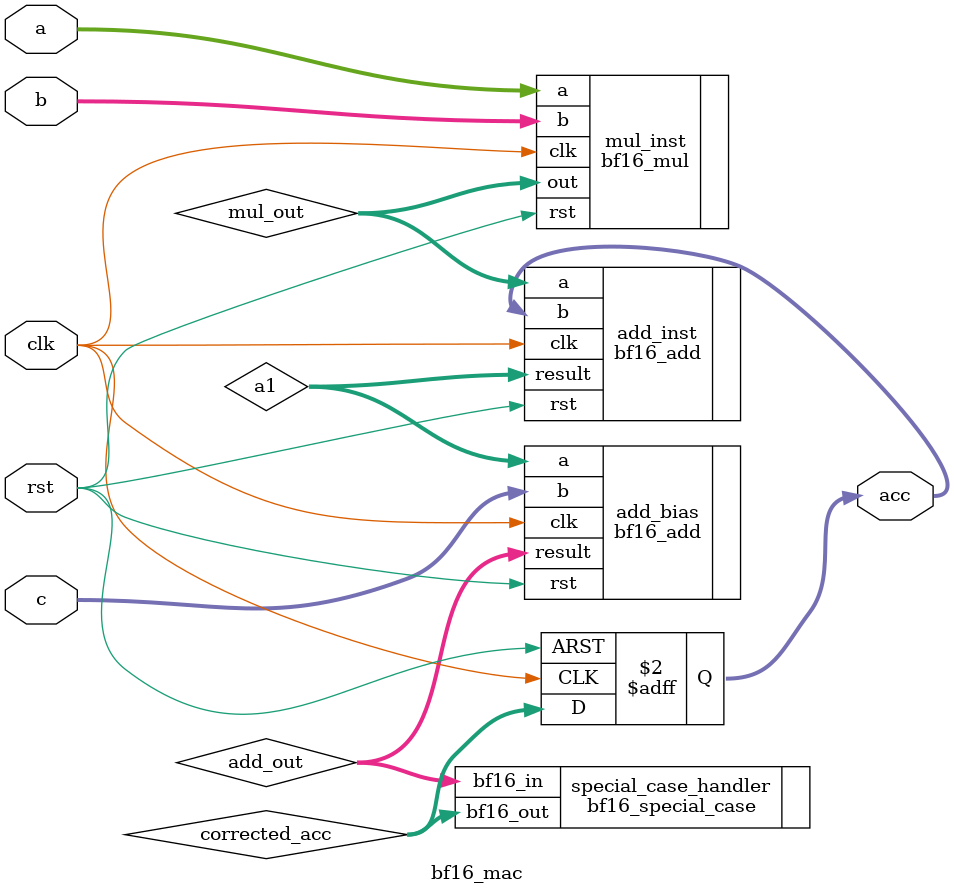
<source format=v>
module bf16_mac (
    input  [15:0] a, b, c,
    input         clk, rst,
    output reg [15:0] acc
);

    wire [15:0] mul_out;
    wire [15:0] add_out;
    wire [15:0] a1;
    wire [15:0] corrected_acc;

   
    bf16_mul mul_inst (
        .a(a),
        .b(b),
        .clk(clk),
        .rst(rst),
        .out(mul_out)
    );

    
    bf16_add add_inst (
        .clk(clk),
        .rst(rst),
        .a(mul_out),
        .b(acc),
        .result(a1)
    );

    bf16_add add_bias (
        .clk(clk),
        .rst(rst),
        .a(a1),
        .b(c),
        .result(add_out)
    );
    bf16_special_case special_case_handler (
        .bf16_in(add_out),
        .bf16_out(corrected_acc)
    );
	
//	initial acc <= 0;
	
    
    always @(posedge clk or posedge rst) begin
        if (rst)
            acc <= 16'b0;
        else
            acc <= corrected_acc;
    end

endmodule

</source>
